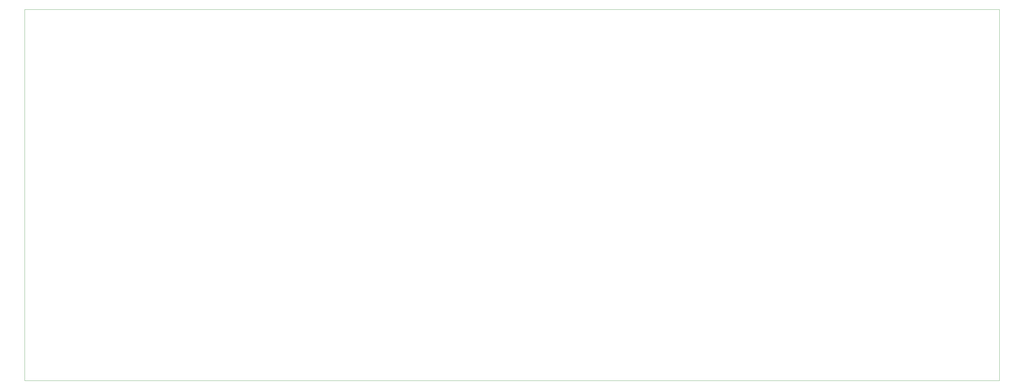
<source format=gm1>
%TF.GenerationSoftware,KiCad,Pcbnew,(6.0.7)*%
%TF.CreationDate,2023-01-08T19:57:54+01:00*%
%TF.ProjectId,BP31,42503331-2e6b-4696-9361-645f70636258,0435 -*%
%TF.SameCoordinates,Original*%
%TF.FileFunction,Profile,NP*%
%FSLAX46Y46*%
G04 Gerber Fmt 4.6, Leading zero omitted, Abs format (unit mm)*
G04 Created by KiCad (PCBNEW (6.0.7)) date 2023-01-08 19:57:54*
%MOMM*%
%LPD*%
G01*
G04 APERTURE LIST*
%TA.AperFunction,Profile*%
%ADD10C,0.100000*%
%TD*%
G04 APERTURE END LIST*
D10*
X82000000Y-92400000D02*
X397000000Y-92400000D01*
X82000000Y-92400000D02*
X82000000Y-212400000D01*
X82000000Y-212400000D02*
X397000000Y-212400000D01*
X397000000Y-92400000D02*
X397000000Y-212400000D01*
M02*

</source>
